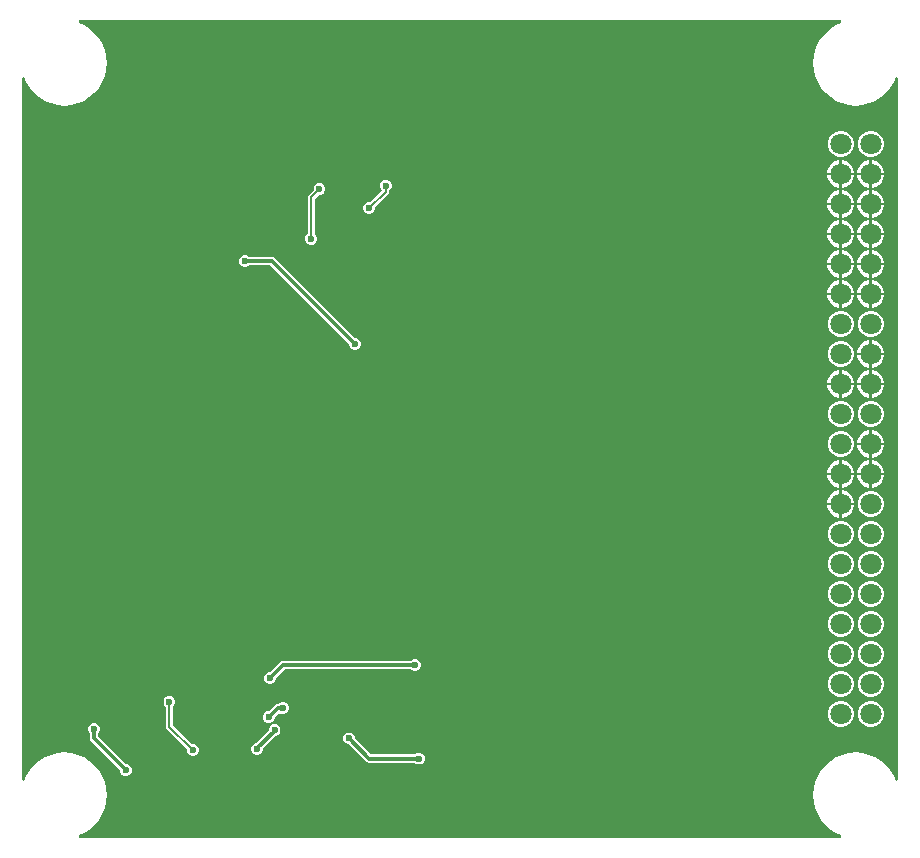
<source format=gbl>
G04*
G04 #@! TF.GenerationSoftware,Altium Limited,Altium Designer,24.6.1 (21)*
G04*
G04 Layer_Physical_Order=2*
G04 Layer_Color=16711680*
%FSLAX44Y44*%
%MOMM*%
G71*
G04*
G04 #@! TF.SameCoordinates,FB7BF447-59A1-4C30-B96A-EE808B7AA342*
G04*
G04*
G04 #@! TF.FilePolarity,Positive*
G04*
G01*
G75*
%ADD10C,0.2000*%
%ADD83C,0.3000*%
%ADD86C,1.8000*%
%ADD87C,1.0000*%
%ADD88C,0.6000*%
G36*
X697822Y693922D02*
X693606Y692175D01*
X688774Y689215D01*
X684465Y685535D01*
X680785Y681226D01*
X677825Y676394D01*
X675656Y671159D01*
X674333Y665649D01*
X673889Y660000D01*
X674333Y654351D01*
X675656Y648841D01*
X677825Y643606D01*
X680785Y638774D01*
X684465Y634465D01*
X688774Y630785D01*
X693606Y627825D01*
X698841Y625656D01*
X704351Y624333D01*
X710000Y623889D01*
X715649Y624333D01*
X721159Y625656D01*
X726394Y627825D01*
X731226Y630785D01*
X735535Y634465D01*
X739215Y638774D01*
X742175Y643606D01*
X743922Y647822D01*
X745922Y647424D01*
Y52576D01*
X743922Y52178D01*
X742175Y56394D01*
X739215Y61226D01*
X735535Y65535D01*
X731226Y69215D01*
X726394Y72175D01*
X721159Y74344D01*
X715649Y75667D01*
X710000Y76111D01*
X704351Y75667D01*
X698841Y74344D01*
X693606Y72175D01*
X688774Y69215D01*
X684465Y65535D01*
X680785Y61226D01*
X677825Y56394D01*
X675656Y51159D01*
X674333Y45649D01*
X673889Y40000D01*
X674333Y34351D01*
X675656Y28841D01*
X677825Y23606D01*
X680785Y18774D01*
X684465Y14466D01*
X688774Y10785D01*
X693606Y7825D01*
X697822Y6078D01*
X697424Y4078D01*
X52576D01*
X52178Y6078D01*
X56394Y7825D01*
X61226Y10785D01*
X65535Y14466D01*
X69215Y18774D01*
X72175Y23606D01*
X74344Y28841D01*
X75667Y34351D01*
X76111Y40000D01*
X75667Y45649D01*
X74344Y51159D01*
X72175Y56394D01*
X69215Y61226D01*
X65535Y65535D01*
X61226Y69215D01*
X56394Y72175D01*
X51159Y74344D01*
X45649Y75667D01*
X40000Y76111D01*
X34351Y75667D01*
X28841Y74344D01*
X23606Y72175D01*
X18774Y69215D01*
X14466Y65535D01*
X10785Y61226D01*
X7825Y56394D01*
X6078Y52178D01*
X4078Y52576D01*
Y647424D01*
X6078Y647822D01*
X7825Y643606D01*
X10785Y638774D01*
X14466Y634465D01*
X18774Y630785D01*
X23606Y627825D01*
X28841Y625656D01*
X34351Y624333D01*
X40000Y623889D01*
X45649Y624333D01*
X51159Y625656D01*
X56394Y627825D01*
X61226Y630785D01*
X65535Y634465D01*
X69215Y638774D01*
X72175Y643606D01*
X74344Y648841D01*
X75667Y654351D01*
X76111Y660000D01*
X75667Y665649D01*
X74344Y671159D01*
X72175Y676394D01*
X69215Y681226D01*
X65535Y685535D01*
X61226Y689215D01*
X56394Y692175D01*
X52178Y693922D01*
X52576Y695922D01*
X697424D01*
X697822Y693922D01*
D02*
G37*
%LPC*%
G36*
X724148Y602300D02*
X721252D01*
X718454Y601550D01*
X715946Y600102D01*
X713898Y598054D01*
X712450Y595546D01*
X711700Y592748D01*
Y589852D01*
X712450Y587054D01*
X713898Y584546D01*
X715946Y582498D01*
X718454Y581050D01*
X721252Y580300D01*
X724148D01*
X726946Y581050D01*
X729454Y582498D01*
X731502Y584546D01*
X732950Y587054D01*
X733700Y589852D01*
Y592748D01*
X732950Y595546D01*
X731502Y598054D01*
X729454Y600102D01*
X726946Y601550D01*
X724148Y602300D01*
D02*
G37*
G36*
X698748D02*
X695852D01*
X693054Y601550D01*
X690546Y600102D01*
X688498Y598054D01*
X687050Y595546D01*
X686300Y592748D01*
Y589852D01*
X687050Y587054D01*
X688498Y584546D01*
X690546Y582498D01*
X693054Y581050D01*
X695852Y580300D01*
X698748D01*
X701546Y581050D01*
X704054Y582498D01*
X706102Y584546D01*
X707550Y587054D01*
X708300Y589852D01*
Y592748D01*
X707550Y595546D01*
X706102Y598054D01*
X704054Y600102D01*
X701546Y601550D01*
X698748Y602300D01*
D02*
G37*
G36*
X724214Y577400D02*
X723700D01*
Y566900D01*
X734200D01*
Y567414D01*
X733416Y570339D01*
X731902Y572961D01*
X729761Y575102D01*
X727139Y576616D01*
X724214Y577400D01*
D02*
G37*
G36*
X698814D02*
X698300D01*
Y566900D01*
X708800D01*
Y567414D01*
X708016Y570339D01*
X706502Y572961D01*
X704361Y575102D01*
X701739Y576616D01*
X698814Y577400D01*
D02*
G37*
G36*
X696300D02*
X695786D01*
X692861Y576616D01*
X690239Y575102D01*
X688098Y572961D01*
X686584Y570339D01*
X685800Y567414D01*
Y566900D01*
X696300D01*
Y577400D01*
D02*
G37*
G36*
X721700D02*
X721186D01*
X718261Y576616D01*
X715639Y575102D01*
X713498Y572961D01*
X711984Y570339D01*
X711200Y567414D01*
Y566900D01*
X721700D01*
Y577400D01*
D02*
G37*
G36*
X734200Y564900D02*
X723700D01*
Y554400D01*
X724214D01*
X727139Y555184D01*
X729761Y556698D01*
X731902Y558839D01*
X733416Y561461D01*
X734200Y564386D01*
Y564900D01*
D02*
G37*
G36*
X721700D02*
X711200D01*
Y564386D01*
X711984Y561461D01*
X713498Y558839D01*
X715639Y556698D01*
X718261Y555184D01*
X721186Y554400D01*
X721700D01*
Y564900D01*
D02*
G37*
G36*
X708800D02*
X698300D01*
Y554400D01*
X698814D01*
X701739Y555184D01*
X704361Y556698D01*
X706502Y558839D01*
X708016Y561461D01*
X708800Y564386D01*
Y564900D01*
D02*
G37*
G36*
X696300D02*
X685800D01*
Y564386D01*
X686584Y561461D01*
X688098Y558839D01*
X690239Y556698D01*
X692861Y555184D01*
X695786Y554400D01*
X696300D01*
Y564900D01*
D02*
G37*
G36*
X724214Y552000D02*
X723700D01*
Y541500D01*
X734200D01*
Y542014D01*
X733416Y544939D01*
X731902Y547561D01*
X729761Y549702D01*
X727139Y551216D01*
X724214Y552000D01*
D02*
G37*
G36*
X698814D02*
X698300D01*
Y541500D01*
X708800D01*
Y542014D01*
X708016Y544939D01*
X706502Y547561D01*
X704361Y549702D01*
X701739Y551216D01*
X698814Y552000D01*
D02*
G37*
G36*
X721700D02*
X721186D01*
X718261Y551216D01*
X715639Y549702D01*
X713498Y547561D01*
X711984Y544939D01*
X711200Y542014D01*
Y541500D01*
X721700D01*
Y552000D01*
D02*
G37*
G36*
X696300D02*
X695786D01*
X692861Y551216D01*
X690239Y549702D01*
X688098Y547561D01*
X686584Y544939D01*
X685800Y542014D01*
Y541500D01*
X696300D01*
Y552000D01*
D02*
G37*
G36*
X312995Y561000D02*
X311005D01*
X309168Y560239D01*
X307761Y558832D01*
X307000Y556995D01*
Y555005D01*
X307761Y553168D01*
X308802Y552127D01*
X298674Y542000D01*
X297005D01*
X295168Y541239D01*
X293761Y539832D01*
X293000Y537995D01*
Y536005D01*
X293761Y534168D01*
X295168Y532761D01*
X297005Y532000D01*
X298995D01*
X300832Y532761D01*
X302239Y534168D01*
X303000Y536005D01*
Y537674D01*
X314163Y548837D01*
X314826Y549829D01*
X315059Y551000D01*
Y551988D01*
X316239Y553168D01*
X317000Y555005D01*
Y556995D01*
X316239Y558832D01*
X314832Y560239D01*
X312995Y561000D01*
D02*
G37*
G36*
X734200Y539500D02*
X723700D01*
Y529000D01*
X724214D01*
X727139Y529784D01*
X729761Y531298D01*
X731902Y533439D01*
X733416Y536061D01*
X734200Y538986D01*
Y539500D01*
D02*
G37*
G36*
X721700D02*
X711200D01*
Y538986D01*
X711984Y536061D01*
X713498Y533439D01*
X715639Y531298D01*
X718261Y529784D01*
X721186Y529000D01*
X721700D01*
Y539500D01*
D02*
G37*
G36*
X708800D02*
X698300D01*
Y529000D01*
X698814D01*
X701739Y529784D01*
X704361Y531298D01*
X706502Y533439D01*
X708016Y536061D01*
X708800Y538986D01*
Y539500D01*
D02*
G37*
G36*
X696300D02*
X685800D01*
Y538986D01*
X686584Y536061D01*
X688098Y533439D01*
X690239Y531298D01*
X692861Y529784D01*
X695786Y529000D01*
X696300D01*
Y539500D01*
D02*
G37*
G36*
X724214Y526600D02*
X723700D01*
Y516100D01*
X734200D01*
Y516614D01*
X733416Y519539D01*
X731902Y522161D01*
X729761Y524302D01*
X727139Y525816D01*
X724214Y526600D01*
D02*
G37*
G36*
X698814D02*
X698300D01*
Y516100D01*
X708800D01*
Y516614D01*
X708016Y519539D01*
X706502Y522161D01*
X704361Y524302D01*
X701739Y525816D01*
X698814Y526600D01*
D02*
G37*
G36*
X721700D02*
X721186D01*
X718261Y525816D01*
X715639Y524302D01*
X713498Y522161D01*
X711984Y519539D01*
X711200Y516614D01*
Y516100D01*
X721700D01*
Y526600D01*
D02*
G37*
G36*
X696300D02*
X695786D01*
X692861Y525816D01*
X690239Y524302D01*
X688098Y522161D01*
X686584Y519539D01*
X685800Y516614D01*
Y516100D01*
X696300D01*
Y526600D01*
D02*
G37*
G36*
X256995Y558000D02*
X255005D01*
X253168Y557239D01*
X251761Y555832D01*
X251000Y553995D01*
Y552326D01*
X246837Y548163D01*
X246174Y547171D01*
X245941Y546000D01*
X245941Y546000D01*
Y515012D01*
X244761Y513832D01*
X244000Y511995D01*
Y510005D01*
X244761Y508168D01*
X246168Y506761D01*
X248005Y506000D01*
X249995D01*
X251832Y506761D01*
X253239Y508168D01*
X254000Y510005D01*
Y511995D01*
X253239Y513832D01*
X252059Y515012D01*
Y544733D01*
X255326Y548000D01*
X256995D01*
X258832Y548761D01*
X260239Y550168D01*
X261000Y552005D01*
Y553995D01*
X260239Y555832D01*
X258832Y557239D01*
X256995Y558000D01*
D02*
G37*
G36*
X734200Y514100D02*
X723700D01*
Y503600D01*
X724214D01*
X727139Y504384D01*
X729761Y505898D01*
X731902Y508039D01*
X733416Y510661D01*
X734200Y513586D01*
Y514100D01*
D02*
G37*
G36*
X721700D02*
X711200D01*
Y513586D01*
X711984Y510661D01*
X713498Y508039D01*
X715639Y505898D01*
X718261Y504384D01*
X721186Y503600D01*
X721700D01*
Y514100D01*
D02*
G37*
G36*
X708800D02*
X698300D01*
Y503600D01*
X698814D01*
X701739Y504384D01*
X704361Y505898D01*
X706502Y508039D01*
X708016Y510661D01*
X708800Y513586D01*
Y514100D01*
D02*
G37*
G36*
X696300D02*
X685800D01*
Y513586D01*
X686584Y510661D01*
X688098Y508039D01*
X690239Y505898D01*
X692861Y504384D01*
X695786Y503600D01*
X696300D01*
Y514100D01*
D02*
G37*
G36*
X724214Y501200D02*
X723700D01*
Y490700D01*
X734200D01*
Y491214D01*
X733416Y494139D01*
X731902Y496761D01*
X729761Y498902D01*
X727139Y500416D01*
X724214Y501200D01*
D02*
G37*
G36*
X698814D02*
X698300D01*
Y490700D01*
X708800D01*
Y491214D01*
X708016Y494139D01*
X706502Y496761D01*
X704361Y498902D01*
X701739Y500416D01*
X698814Y501200D01*
D02*
G37*
G36*
X721700D02*
X721186D01*
X718261Y500416D01*
X715639Y498902D01*
X713498Y496761D01*
X711984Y494139D01*
X711200Y491214D01*
Y490700D01*
X721700D01*
Y501200D01*
D02*
G37*
G36*
X696300D02*
X695786D01*
X692861Y500416D01*
X690239Y498902D01*
X688098Y496761D01*
X686584Y494139D01*
X685800Y491214D01*
Y490700D01*
X696300D01*
Y501200D01*
D02*
G37*
G36*
X734200Y488700D02*
X723700D01*
Y478200D01*
X724214D01*
X727139Y478984D01*
X729761Y480498D01*
X731902Y482639D01*
X733416Y485261D01*
X734200Y488186D01*
Y488700D01*
D02*
G37*
G36*
X721700D02*
X711200D01*
Y488186D01*
X711984Y485261D01*
X713498Y482639D01*
X715639Y480498D01*
X718261Y478984D01*
X721186Y478200D01*
X721700D01*
Y488700D01*
D02*
G37*
G36*
X708800D02*
X698300D01*
Y478200D01*
X698814D01*
X701739Y478984D01*
X704361Y480498D01*
X706502Y482639D01*
X708016Y485261D01*
X708800Y488186D01*
Y488700D01*
D02*
G37*
G36*
X696300D02*
X685800D01*
Y488186D01*
X686584Y485261D01*
X688098Y482639D01*
X690239Y480498D01*
X692861Y478984D01*
X695786Y478200D01*
X696300D01*
Y488700D01*
D02*
G37*
G36*
X724214Y475800D02*
X723700D01*
Y465300D01*
X734200D01*
Y465814D01*
X733416Y468739D01*
X731902Y471361D01*
X729761Y473502D01*
X727139Y475016D01*
X724214Y475800D01*
D02*
G37*
G36*
X698814D02*
X698300D01*
Y465300D01*
X708800D01*
Y465814D01*
X708016Y468739D01*
X706502Y471361D01*
X704361Y473502D01*
X701739Y475016D01*
X698814Y475800D01*
D02*
G37*
G36*
X721700D02*
X721186D01*
X718261Y475016D01*
X715639Y473502D01*
X713498Y471361D01*
X711984Y468739D01*
X711200Y465814D01*
Y465300D01*
X721700D01*
Y475800D01*
D02*
G37*
G36*
X696300D02*
X695786D01*
X692861Y475016D01*
X690239Y473502D01*
X688098Y471361D01*
X686584Y468739D01*
X685800Y465814D01*
Y465300D01*
X696300D01*
Y475800D01*
D02*
G37*
G36*
X734200Y463300D02*
X723700D01*
Y452800D01*
X724214D01*
X727139Y453584D01*
X729761Y455098D01*
X731902Y457239D01*
X733416Y459861D01*
X734200Y462786D01*
Y463300D01*
D02*
G37*
G36*
X721700D02*
X711200D01*
Y462786D01*
X711984Y459861D01*
X713498Y457239D01*
X715639Y455098D01*
X718261Y453584D01*
X721186Y452800D01*
X721700D01*
Y463300D01*
D02*
G37*
G36*
X708800D02*
X698300D01*
Y452800D01*
X698814D01*
X701739Y453584D01*
X704361Y455098D01*
X706502Y457239D01*
X708016Y459861D01*
X708800Y462786D01*
Y463300D01*
D02*
G37*
G36*
X696300D02*
X685800D01*
Y462786D01*
X686584Y459861D01*
X688098Y457239D01*
X690239Y455098D01*
X692861Y453584D01*
X695786Y452800D01*
X696300D01*
Y463300D01*
D02*
G37*
G36*
X724148Y449900D02*
X721252D01*
X718454Y449150D01*
X715946Y447702D01*
X713898Y445654D01*
X712450Y443146D01*
X711700Y440348D01*
Y437452D01*
X712450Y434654D01*
X713898Y432146D01*
X715946Y430098D01*
X718454Y428650D01*
X721252Y427900D01*
X724148D01*
X726946Y428650D01*
X729454Y430098D01*
X731502Y432146D01*
X732950Y434654D01*
X733700Y437452D01*
Y440348D01*
X732950Y443146D01*
X731502Y445654D01*
X729454Y447702D01*
X726946Y449150D01*
X724148Y449900D01*
D02*
G37*
G36*
X698748D02*
X695852D01*
X693054Y449150D01*
X690546Y447702D01*
X688498Y445654D01*
X687050Y443146D01*
X686300Y440348D01*
Y437452D01*
X687050Y434654D01*
X688498Y432146D01*
X690546Y430098D01*
X693054Y428650D01*
X695852Y427900D01*
X698748D01*
X701546Y428650D01*
X704054Y430098D01*
X706102Y432146D01*
X707550Y434654D01*
X708300Y437452D01*
Y440348D01*
X707550Y443146D01*
X706102Y445654D01*
X704054Y447702D01*
X701546Y449150D01*
X698748Y449900D01*
D02*
G37*
G36*
X193995Y497000D02*
X192005D01*
X190168Y496239D01*
X188761Y494832D01*
X188000Y492995D01*
Y491005D01*
X188761Y489168D01*
X190168Y487761D01*
X192005Y487000D01*
X193995D01*
X195832Y487761D01*
X196502Y488431D01*
X214522D01*
X281000Y421953D01*
Y421005D01*
X281761Y419168D01*
X283168Y417761D01*
X285005Y417000D01*
X286995D01*
X288832Y417761D01*
X290239Y419168D01*
X291000Y421005D01*
Y422995D01*
X290239Y424832D01*
X288832Y426239D01*
X286995Y427000D01*
X286047D01*
X218523Y494523D01*
X217366Y495297D01*
X216000Y495569D01*
X196502D01*
X195832Y496239D01*
X193995Y497000D01*
D02*
G37*
G36*
X724214Y425000D02*
X723700D01*
Y414500D01*
X734200D01*
Y415014D01*
X733416Y417939D01*
X731902Y420561D01*
X729761Y422702D01*
X727139Y424216D01*
X724214Y425000D01*
D02*
G37*
G36*
X721700D02*
X721186D01*
X718261Y424216D01*
X715639Y422702D01*
X713498Y420561D01*
X711984Y417939D01*
X711200Y415014D01*
Y414500D01*
X721700D01*
Y425000D01*
D02*
G37*
G36*
X698748Y424500D02*
X695852D01*
X693054Y423750D01*
X690546Y422302D01*
X688498Y420254D01*
X687050Y417746D01*
X686300Y414948D01*
Y412052D01*
X687050Y409254D01*
X688498Y406746D01*
X690546Y404698D01*
X693054Y403250D01*
X695852Y402500D01*
X698748D01*
X701546Y403250D01*
X704054Y404698D01*
X706102Y406746D01*
X707550Y409254D01*
X708300Y412052D01*
Y414948D01*
X707550Y417746D01*
X706102Y420254D01*
X704054Y422302D01*
X701546Y423750D01*
X698748Y424500D01*
D02*
G37*
G36*
X734200Y412500D02*
X723700D01*
Y402000D01*
X724214D01*
X727139Y402784D01*
X729761Y404298D01*
X731902Y406439D01*
X733416Y409061D01*
X734200Y411986D01*
Y412500D01*
D02*
G37*
G36*
X721700D02*
X711200D01*
Y411986D01*
X711984Y409061D01*
X713498Y406439D01*
X715639Y404298D01*
X718261Y402784D01*
X721186Y402000D01*
X721700D01*
Y412500D01*
D02*
G37*
G36*
X724214Y399600D02*
X723700D01*
Y389100D01*
X734200D01*
Y389614D01*
X733416Y392539D01*
X731902Y395161D01*
X729761Y397302D01*
X727139Y398816D01*
X724214Y399600D01*
D02*
G37*
G36*
X698814D02*
X698300D01*
Y389100D01*
X708800D01*
Y389614D01*
X708016Y392539D01*
X706502Y395161D01*
X704361Y397302D01*
X701739Y398816D01*
X698814Y399600D01*
D02*
G37*
G36*
X721700D02*
X721186D01*
X718261Y398816D01*
X715639Y397302D01*
X713498Y395161D01*
X711984Y392539D01*
X711200Y389614D01*
Y389100D01*
X721700D01*
Y399600D01*
D02*
G37*
G36*
X696300D02*
X695786D01*
X692861Y398816D01*
X690239Y397302D01*
X688098Y395161D01*
X686584Y392539D01*
X685800Y389614D01*
Y389100D01*
X696300D01*
Y399600D01*
D02*
G37*
G36*
X734200Y387100D02*
X723700D01*
Y376600D01*
X724214D01*
X727139Y377384D01*
X729761Y378898D01*
X731902Y381039D01*
X733416Y383661D01*
X734200Y386586D01*
Y387100D01*
D02*
G37*
G36*
X721700D02*
X711200D01*
Y386586D01*
X711984Y383661D01*
X713498Y381039D01*
X715639Y378898D01*
X718261Y377384D01*
X721186Y376600D01*
X721700D01*
Y387100D01*
D02*
G37*
G36*
X708800D02*
X698300D01*
Y376600D01*
X698814D01*
X701739Y377384D01*
X704361Y378898D01*
X706502Y381039D01*
X708016Y383661D01*
X708800Y386586D01*
Y387100D01*
D02*
G37*
G36*
X696300D02*
X685800D01*
Y386586D01*
X686584Y383661D01*
X688098Y381039D01*
X690239Y378898D01*
X692861Y377384D01*
X695786Y376600D01*
X696300D01*
Y387100D01*
D02*
G37*
G36*
X724148Y373700D02*
X721252D01*
X718454Y372950D01*
X715946Y371502D01*
X713898Y369454D01*
X712450Y366946D01*
X711700Y364148D01*
Y361252D01*
X712450Y358454D01*
X713898Y355946D01*
X715946Y353898D01*
X718454Y352450D01*
X721252Y351700D01*
X724148D01*
X726946Y352450D01*
X729454Y353898D01*
X731502Y355946D01*
X732950Y358454D01*
X733700Y361252D01*
Y364148D01*
X732950Y366946D01*
X731502Y369454D01*
X729454Y371502D01*
X726946Y372950D01*
X724148Y373700D01*
D02*
G37*
G36*
X698748D02*
X695852D01*
X693054Y372950D01*
X690546Y371502D01*
X688498Y369454D01*
X687050Y366946D01*
X686300Y364148D01*
Y361252D01*
X687050Y358454D01*
X688498Y355946D01*
X690546Y353898D01*
X693054Y352450D01*
X695852Y351700D01*
X698748D01*
X701546Y352450D01*
X704054Y353898D01*
X706102Y355946D01*
X707550Y358454D01*
X708300Y361252D01*
Y364148D01*
X707550Y366946D01*
X706102Y369454D01*
X704054Y371502D01*
X701546Y372950D01*
X698748Y373700D01*
D02*
G37*
G36*
X724214Y348800D02*
X723700D01*
Y338300D01*
X734200D01*
Y338814D01*
X733416Y341739D01*
X731902Y344361D01*
X729761Y346502D01*
X727139Y348016D01*
X724214Y348800D01*
D02*
G37*
G36*
X721700D02*
X721186D01*
X718261Y348016D01*
X715639Y346502D01*
X713498Y344361D01*
X711984Y341739D01*
X711200Y338814D01*
Y338300D01*
X721700D01*
Y348800D01*
D02*
G37*
G36*
X698748Y348300D02*
X695852D01*
X693054Y347550D01*
X690546Y346102D01*
X688498Y344054D01*
X687050Y341546D01*
X686300Y338748D01*
Y335852D01*
X687050Y333054D01*
X688498Y330546D01*
X690546Y328498D01*
X693054Y327050D01*
X695852Y326300D01*
X698748D01*
X701546Y327050D01*
X704054Y328498D01*
X706102Y330546D01*
X707550Y333054D01*
X708300Y335852D01*
Y338748D01*
X707550Y341546D01*
X706102Y344054D01*
X704054Y346102D01*
X701546Y347550D01*
X698748Y348300D01*
D02*
G37*
G36*
X734200Y336300D02*
X723700D01*
Y325800D01*
X724214D01*
X727139Y326584D01*
X729761Y328098D01*
X731902Y330239D01*
X733416Y332861D01*
X734200Y335786D01*
Y336300D01*
D02*
G37*
G36*
X721700D02*
X711200D01*
Y335786D01*
X711984Y332861D01*
X713498Y330239D01*
X715639Y328098D01*
X718261Y326584D01*
X721186Y325800D01*
X721700D01*
Y336300D01*
D02*
G37*
G36*
X724214Y323400D02*
X723700D01*
Y312900D01*
X734200D01*
Y313414D01*
X733416Y316339D01*
X731902Y318961D01*
X729761Y321102D01*
X727139Y322616D01*
X724214Y323400D01*
D02*
G37*
G36*
X698814D02*
X698300D01*
Y312900D01*
X708800D01*
Y313414D01*
X708016Y316339D01*
X706502Y318961D01*
X704361Y321102D01*
X701739Y322616D01*
X698814Y323400D01*
D02*
G37*
G36*
X721700D02*
X721186D01*
X718261Y322616D01*
X715639Y321102D01*
X713498Y318961D01*
X711984Y316339D01*
X711200Y313414D01*
Y312900D01*
X721700D01*
Y323400D01*
D02*
G37*
G36*
X696300D02*
X695786D01*
X692861Y322616D01*
X690239Y321102D01*
X688098Y318961D01*
X686584Y316339D01*
X685800Y313414D01*
Y312900D01*
X696300D01*
Y323400D01*
D02*
G37*
G36*
X734200Y310900D02*
X723700D01*
Y300400D01*
X724214D01*
X727139Y301184D01*
X729761Y302698D01*
X731902Y304839D01*
X733416Y307461D01*
X734200Y310386D01*
Y310900D01*
D02*
G37*
G36*
X721700D02*
X711200D01*
Y310386D01*
X711984Y307461D01*
X713498Y304839D01*
X715639Y302698D01*
X718261Y301184D01*
X721186Y300400D01*
X721700D01*
Y310900D01*
D02*
G37*
G36*
X708800D02*
X698300D01*
Y300400D01*
X698814D01*
X701739Y301184D01*
X704361Y302698D01*
X706502Y304839D01*
X708016Y307461D01*
X708800Y310386D01*
Y310900D01*
D02*
G37*
G36*
X696300D02*
X685800D01*
Y310386D01*
X686584Y307461D01*
X688098Y304839D01*
X690239Y302698D01*
X692861Y301184D01*
X695786Y300400D01*
X696300D01*
Y310900D01*
D02*
G37*
G36*
X698814Y298000D02*
X698300D01*
Y287500D01*
X708800D01*
Y288014D01*
X708016Y290939D01*
X706502Y293561D01*
X704361Y295702D01*
X701739Y297216D01*
X698814Y298000D01*
D02*
G37*
G36*
X696300D02*
X695786D01*
X692861Y297216D01*
X690239Y295702D01*
X688098Y293561D01*
X686584Y290939D01*
X685800Y288014D01*
Y287500D01*
X696300D01*
Y298000D01*
D02*
G37*
G36*
X724148Y297500D02*
X721252D01*
X718454Y296750D01*
X715946Y295302D01*
X713898Y293254D01*
X712450Y290746D01*
X711700Y287948D01*
Y285052D01*
X712450Y282254D01*
X713898Y279746D01*
X715946Y277698D01*
X718454Y276250D01*
X721252Y275500D01*
X724148D01*
X726946Y276250D01*
X729454Y277698D01*
X731502Y279746D01*
X732950Y282254D01*
X733700Y285052D01*
Y287948D01*
X732950Y290746D01*
X731502Y293254D01*
X729454Y295302D01*
X726946Y296750D01*
X724148Y297500D01*
D02*
G37*
G36*
X708800Y285500D02*
X698300D01*
Y275000D01*
X698814D01*
X701739Y275784D01*
X704361Y277298D01*
X706502Y279439D01*
X708016Y282061D01*
X708800Y284986D01*
Y285500D01*
D02*
G37*
G36*
X696300D02*
X685800D01*
Y284986D01*
X686584Y282061D01*
X688098Y279439D01*
X690239Y277298D01*
X692861Y275784D01*
X695786Y275000D01*
X696300D01*
Y285500D01*
D02*
G37*
G36*
X724148Y272100D02*
X721252D01*
X718454Y271350D01*
X715946Y269902D01*
X713898Y267854D01*
X712450Y265346D01*
X711700Y262548D01*
Y259652D01*
X712450Y256854D01*
X713898Y254346D01*
X715946Y252298D01*
X718454Y250850D01*
X721252Y250100D01*
X724148D01*
X726946Y250850D01*
X729454Y252298D01*
X731502Y254346D01*
X732950Y256854D01*
X733700Y259652D01*
Y262548D01*
X732950Y265346D01*
X731502Y267854D01*
X729454Y269902D01*
X726946Y271350D01*
X724148Y272100D01*
D02*
G37*
G36*
X698748D02*
X695852D01*
X693054Y271350D01*
X690546Y269902D01*
X688498Y267854D01*
X687050Y265346D01*
X686300Y262548D01*
Y259652D01*
X687050Y256854D01*
X688498Y254346D01*
X690546Y252298D01*
X693054Y250850D01*
X695852Y250100D01*
X698748D01*
X701546Y250850D01*
X704054Y252298D01*
X706102Y254346D01*
X707550Y256854D01*
X708300Y259652D01*
Y262548D01*
X707550Y265346D01*
X706102Y267854D01*
X704054Y269902D01*
X701546Y271350D01*
X698748Y272100D01*
D02*
G37*
G36*
X724148Y246700D02*
X721252D01*
X718454Y245950D01*
X715946Y244502D01*
X713898Y242454D01*
X712450Y239946D01*
X711700Y237148D01*
Y234252D01*
X712450Y231454D01*
X713898Y228946D01*
X715946Y226898D01*
X718454Y225450D01*
X721252Y224700D01*
X724148D01*
X726946Y225450D01*
X729454Y226898D01*
X731502Y228946D01*
X732950Y231454D01*
X733700Y234252D01*
Y237148D01*
X732950Y239946D01*
X731502Y242454D01*
X729454Y244502D01*
X726946Y245950D01*
X724148Y246700D01*
D02*
G37*
G36*
X698748D02*
X695852D01*
X693054Y245950D01*
X690546Y244502D01*
X688498Y242454D01*
X687050Y239946D01*
X686300Y237148D01*
Y234252D01*
X687050Y231454D01*
X688498Y228946D01*
X690546Y226898D01*
X693054Y225450D01*
X695852Y224700D01*
X698748D01*
X701546Y225450D01*
X704054Y226898D01*
X706102Y228946D01*
X707550Y231454D01*
X708300Y234252D01*
Y237148D01*
X707550Y239946D01*
X706102Y242454D01*
X704054Y244502D01*
X701546Y245950D01*
X698748Y246700D01*
D02*
G37*
G36*
X724148Y221300D02*
X721252D01*
X718454Y220550D01*
X715946Y219102D01*
X713898Y217054D01*
X712450Y214546D01*
X711700Y211748D01*
Y208852D01*
X712450Y206054D01*
X713898Y203546D01*
X715946Y201498D01*
X718454Y200050D01*
X721252Y199300D01*
X724148D01*
X726946Y200050D01*
X729454Y201498D01*
X731502Y203546D01*
X732950Y206054D01*
X733700Y208852D01*
Y211748D01*
X732950Y214546D01*
X731502Y217054D01*
X729454Y219102D01*
X726946Y220550D01*
X724148Y221300D01*
D02*
G37*
G36*
X698748D02*
X695852D01*
X693054Y220550D01*
X690546Y219102D01*
X688498Y217054D01*
X687050Y214546D01*
X686300Y211748D01*
Y208852D01*
X687050Y206054D01*
X688498Y203546D01*
X690546Y201498D01*
X693054Y200050D01*
X695852Y199300D01*
X698748D01*
X701546Y200050D01*
X704054Y201498D01*
X706102Y203546D01*
X707550Y206054D01*
X708300Y208852D01*
Y211748D01*
X707550Y214546D01*
X706102Y217054D01*
X704054Y219102D01*
X701546Y220550D01*
X698748Y221300D01*
D02*
G37*
G36*
X724148Y195900D02*
X721252D01*
X718454Y195150D01*
X715946Y193702D01*
X713898Y191654D01*
X712450Y189146D01*
X711700Y186348D01*
Y183452D01*
X712450Y180654D01*
X713898Y178146D01*
X715946Y176098D01*
X718454Y174650D01*
X721252Y173900D01*
X724148D01*
X726946Y174650D01*
X729454Y176098D01*
X731502Y178146D01*
X732950Y180654D01*
X733700Y183452D01*
Y186348D01*
X732950Y189146D01*
X731502Y191654D01*
X729454Y193702D01*
X726946Y195150D01*
X724148Y195900D01*
D02*
G37*
G36*
X698748D02*
X695852D01*
X693054Y195150D01*
X690546Y193702D01*
X688498Y191654D01*
X687050Y189146D01*
X686300Y186348D01*
Y183452D01*
X687050Y180654D01*
X688498Y178146D01*
X690546Y176098D01*
X693054Y174650D01*
X695852Y173900D01*
X698748D01*
X701546Y174650D01*
X704054Y176098D01*
X706102Y178146D01*
X707550Y180654D01*
X708300Y183452D01*
Y186348D01*
X707550Y189146D01*
X706102Y191654D01*
X704054Y193702D01*
X701546Y195150D01*
X698748Y195900D01*
D02*
G37*
G36*
X724148Y170500D02*
X721252D01*
X718454Y169750D01*
X715946Y168302D01*
X713898Y166254D01*
X712450Y163746D01*
X711700Y160948D01*
Y158052D01*
X712450Y155254D01*
X713898Y152746D01*
X715946Y150698D01*
X718454Y149250D01*
X721252Y148500D01*
X724148D01*
X726946Y149250D01*
X729454Y150698D01*
X731502Y152746D01*
X732950Y155254D01*
X733700Y158052D01*
Y160948D01*
X732950Y163746D01*
X731502Y166254D01*
X729454Y168302D01*
X726946Y169750D01*
X724148Y170500D01*
D02*
G37*
G36*
X698748D02*
X695852D01*
X693054Y169750D01*
X690546Y168302D01*
X688498Y166254D01*
X687050Y163746D01*
X686300Y160948D01*
Y158052D01*
X687050Y155254D01*
X688498Y152746D01*
X690546Y150698D01*
X693054Y149250D01*
X695852Y148500D01*
X698748D01*
X701546Y149250D01*
X704054Y150698D01*
X706102Y152746D01*
X707550Y155254D01*
X708300Y158052D01*
Y160948D01*
X707550Y163746D01*
X706102Y166254D01*
X704054Y168302D01*
X701546Y169750D01*
X698748Y170500D01*
D02*
G37*
G36*
X337995Y155000D02*
X336005D01*
X334168Y154239D01*
X333498Y153569D01*
X225000D01*
X223634Y153297D01*
X222477Y152523D01*
X213953Y144000D01*
X213005D01*
X211168Y143239D01*
X209761Y141832D01*
X209000Y139995D01*
Y138005D01*
X209761Y136168D01*
X211168Y134761D01*
X213005Y134000D01*
X214995D01*
X216832Y134761D01*
X218239Y136168D01*
X219000Y138005D01*
Y138953D01*
X226478Y146431D01*
X333498D01*
X334168Y145761D01*
X336005Y145000D01*
X337995D01*
X339832Y145761D01*
X341239Y147168D01*
X342000Y149005D01*
Y150995D01*
X341239Y152832D01*
X339832Y154239D01*
X337995Y155000D01*
D02*
G37*
G36*
X724148Y145100D02*
X721252D01*
X718454Y144350D01*
X715946Y142902D01*
X713898Y140854D01*
X712450Y138346D01*
X711700Y135548D01*
Y132652D01*
X712450Y129854D01*
X713898Y127346D01*
X715946Y125298D01*
X718454Y123850D01*
X721252Y123100D01*
X724148D01*
X726946Y123850D01*
X729454Y125298D01*
X731502Y127346D01*
X732950Y129854D01*
X733700Y132652D01*
Y135548D01*
X732950Y138346D01*
X731502Y140854D01*
X729454Y142902D01*
X726946Y144350D01*
X724148Y145100D01*
D02*
G37*
G36*
X698748D02*
X695852D01*
X693054Y144350D01*
X690546Y142902D01*
X688498Y140854D01*
X687050Y138346D01*
X686300Y135548D01*
Y132652D01*
X687050Y129854D01*
X688498Y127346D01*
X690546Y125298D01*
X693054Y123850D01*
X695852Y123100D01*
X698748D01*
X701546Y123850D01*
X704054Y125298D01*
X706102Y127346D01*
X707550Y129854D01*
X708300Y132652D01*
Y135548D01*
X707550Y138346D01*
X706102Y140854D01*
X704054Y142902D01*
X701546Y144350D01*
X698748Y145100D01*
D02*
G37*
G36*
X225995Y119000D02*
X224005D01*
X222168Y118239D01*
X221497Y117569D01*
X221000D01*
X219634Y117297D01*
X218477Y116523D01*
X212953Y111000D01*
X212005D01*
X210168Y110239D01*
X208761Y108832D01*
X208000Y106995D01*
Y105005D01*
X208761Y103168D01*
X210168Y101761D01*
X212005Y101000D01*
X213995D01*
X215832Y101761D01*
X217239Y103168D01*
X218000Y105005D01*
Y105953D01*
X221988Y109941D01*
X222168Y109761D01*
X224005Y109000D01*
X225995D01*
X227832Y109761D01*
X229239Y111168D01*
X230000Y113005D01*
Y114995D01*
X229239Y116832D01*
X227832Y118239D01*
X225995Y119000D01*
D02*
G37*
G36*
X724148Y119700D02*
X721252D01*
X718454Y118950D01*
X715946Y117502D01*
X713898Y115454D01*
X712450Y112946D01*
X711700Y110148D01*
Y107252D01*
X712450Y104454D01*
X713898Y101946D01*
X715946Y99898D01*
X718454Y98450D01*
X721252Y97700D01*
X724148D01*
X726946Y98450D01*
X729454Y99898D01*
X731502Y101946D01*
X732950Y104454D01*
X733700Y107252D01*
Y110148D01*
X732950Y112946D01*
X731502Y115454D01*
X729454Y117502D01*
X726946Y118950D01*
X724148Y119700D01*
D02*
G37*
G36*
X698748D02*
X695852D01*
X693054Y118950D01*
X690546Y117502D01*
X688498Y115454D01*
X687050Y112946D01*
X686300Y110148D01*
Y107252D01*
X687050Y104454D01*
X688498Y101946D01*
X690546Y99898D01*
X693054Y98450D01*
X695852Y97700D01*
X698748D01*
X701546Y98450D01*
X704054Y99898D01*
X706102Y101946D01*
X707550Y104454D01*
X708300Y107252D01*
Y110148D01*
X707550Y112946D01*
X706102Y115454D01*
X704054Y117502D01*
X701546Y118950D01*
X698748Y119700D01*
D02*
G37*
G36*
X218995Y100000D02*
X217005D01*
X215168Y99239D01*
X213761Y97832D01*
X213000Y95995D01*
Y94547D01*
X202453Y84000D01*
X202005D01*
X200168Y83239D01*
X198761Y81832D01*
X198000Y79995D01*
Y78005D01*
X198761Y76168D01*
X200168Y74761D01*
X202005Y74000D01*
X203995D01*
X205832Y74761D01*
X207239Y76168D01*
X208000Y78005D01*
Y79453D01*
X218547Y90000D01*
X218995D01*
X220832Y90761D01*
X222239Y92168D01*
X223000Y94005D01*
Y95995D01*
X222239Y97832D01*
X220832Y99239D01*
X218995Y100000D01*
D02*
G37*
G36*
X129995Y124000D02*
X128005D01*
X126168Y123239D01*
X124761Y121832D01*
X124000Y119995D01*
Y118005D01*
X124761Y116168D01*
X125941Y114988D01*
Y98000D01*
X125941Y98000D01*
X126174Y96830D01*
X126837Y95837D01*
X144000Y78674D01*
Y77005D01*
X144761Y75168D01*
X146168Y73761D01*
X148005Y73000D01*
X149995D01*
X151832Y73761D01*
X153239Y75168D01*
X154000Y77005D01*
Y78995D01*
X153239Y80832D01*
X151832Y82239D01*
X149995Y83000D01*
X148326D01*
X132059Y99267D01*
Y114988D01*
X133239Y116168D01*
X134000Y118005D01*
Y119995D01*
X133239Y121832D01*
X131832Y123239D01*
X129995Y124000D01*
D02*
G37*
G36*
X281995Y93000D02*
X280005D01*
X278168Y92239D01*
X276761Y90832D01*
X276000Y88995D01*
Y87005D01*
X276761Y85168D01*
X278168Y83761D01*
X280005Y83000D01*
X280953D01*
X295477Y68477D01*
X296634Y67703D01*
X298000Y67431D01*
X336497D01*
X337168Y66761D01*
X339005Y66000D01*
X340995D01*
X342832Y66761D01*
X344239Y68168D01*
X345000Y70005D01*
Y71995D01*
X344239Y73832D01*
X342832Y75239D01*
X340995Y76000D01*
X339005D01*
X337168Y75239D01*
X336497Y74569D01*
X299478D01*
X286000Y88047D01*
Y88995D01*
X285239Y90832D01*
X283832Y92239D01*
X281995Y93000D01*
D02*
G37*
G36*
X65995Y101000D02*
X64005D01*
X62168Y100239D01*
X60761Y98832D01*
X60000Y96995D01*
Y95005D01*
X60761Y93168D01*
X61431Y92498D01*
Y88000D01*
X61703Y86634D01*
X62477Y85477D01*
X87000Y60953D01*
Y60005D01*
X87761Y58168D01*
X89168Y56761D01*
X91005Y56000D01*
X92995D01*
X94832Y56761D01*
X96239Y58168D01*
X97000Y60005D01*
Y61995D01*
X96239Y63832D01*
X94832Y65239D01*
X92995Y66000D01*
X92047D01*
X68569Y89478D01*
Y92498D01*
X69239Y93168D01*
X70000Y95005D01*
Y96995D01*
X69239Y98832D01*
X67832Y100239D01*
X65995Y101000D01*
D02*
G37*
%LPD*%
D10*
X312000Y551000D02*
Y556000D01*
X298000Y537000D02*
X312000Y551000D01*
X129000Y98000D02*
X149000Y78000D01*
X129000Y98000D02*
Y119000D01*
X249000Y546000D02*
X256000Y553000D01*
X249000Y511000D02*
Y546000D01*
D83*
X203000Y79000D02*
Y79500D01*
X218000Y94500D01*
X65000Y88000D02*
Y96000D01*
Y88000D02*
X92000Y61000D01*
X225000Y150000D02*
X337000D01*
X221000Y114000D02*
X225000D01*
X218000Y94500D02*
Y95000D01*
X213000Y106000D02*
X221000Y114000D01*
X281000Y88000D02*
X298000Y71000D01*
X340000D01*
X214000Y139000D02*
X225000Y150000D01*
X193000Y492000D02*
X216000D01*
X286000Y422000D01*
D86*
X697300Y591300D02*
D03*
X722700D02*
D03*
X697300Y565900D02*
D03*
X722700D02*
D03*
X697300Y540500D02*
D03*
X722700D02*
D03*
X697300Y515100D02*
D03*
X722700D02*
D03*
X697300Y489700D02*
D03*
X722700D02*
D03*
X697300Y464300D02*
D03*
X722700D02*
D03*
X697300Y438900D02*
D03*
X722700D02*
D03*
X697300Y413500D02*
D03*
X722700D02*
D03*
X697300Y388100D02*
D03*
X722700D02*
D03*
X697300Y362700D02*
D03*
X722700D02*
D03*
X697300Y337300D02*
D03*
X722700D02*
D03*
X697300Y311900D02*
D03*
X722700D02*
D03*
X697300Y286500D02*
D03*
X722700D02*
D03*
X697300Y261100D02*
D03*
X722700D02*
D03*
X697300Y235700D02*
D03*
X722700D02*
D03*
X697300Y210300D02*
D03*
X722700D02*
D03*
X697300Y184900D02*
D03*
X722700D02*
D03*
X697300Y159500D02*
D03*
X722700D02*
D03*
X697300Y134100D02*
D03*
X722700D02*
D03*
X697300Y108700D02*
D03*
X722700D02*
D03*
D87*
X370000Y452000D02*
D03*
Y508000D02*
D03*
X405000Y620000D02*
D03*
Y648000D02*
D03*
X590000Y508000D02*
D03*
Y452000D02*
D03*
X140000Y466000D02*
D03*
Y513000D02*
D03*
X480000Y452000D02*
D03*
Y508000D02*
D03*
X20000Y90000D02*
D03*
D88*
X440000Y275000D02*
D03*
Y285000D02*
D03*
Y295000D02*
D03*
Y305000D02*
D03*
X60000Y177000D02*
D03*
X32000Y168000D02*
D03*
X680000Y275000D02*
D03*
X660000Y90000D02*
D03*
X640000D02*
D03*
X510000D02*
D03*
X520000D02*
D03*
X540000D02*
D03*
X550000D02*
D03*
X570000D02*
D03*
X580000D02*
D03*
X600000D02*
D03*
X610000D02*
D03*
X630000D02*
D03*
X610000Y192500D02*
D03*
X630000D02*
D03*
X640000D02*
D03*
X660000D02*
D03*
X490000D02*
D03*
X490000Y90000D02*
D03*
X510000Y192500D02*
D03*
X520000D02*
D03*
X540000D02*
D03*
X550000D02*
D03*
X570000D02*
D03*
X580000D02*
D03*
X600000D02*
D03*
X203000Y79000D02*
D03*
X213000Y106000D02*
D03*
X218000Y95000D02*
D03*
X225000Y114000D02*
D03*
X160000Y90000D02*
D03*
X170000D02*
D03*
X180000D02*
D03*
Y80000D02*
D03*
X170000D02*
D03*
X160000D02*
D03*
X149000Y78000D02*
D03*
X102000Y165000D02*
D03*
X65000Y136000D02*
D03*
X340000Y71000D02*
D03*
X281000Y88000D02*
D03*
X214000Y139000D02*
D03*
X102000Y126000D02*
D03*
X65000Y116000D02*
D03*
Y96000D02*
D03*
X246000Y113000D02*
D03*
X255000D02*
D03*
X264000D02*
D03*
X273000D02*
D03*
X246000Y89000D02*
D03*
X255000D02*
D03*
X264000D02*
D03*
X273000D02*
D03*
X129000Y119000D02*
D03*
X92000Y61000D02*
D03*
X337000Y150000D02*
D03*
X170000Y155000D02*
D03*
X180000D02*
D03*
X160000D02*
D03*
Y145000D02*
D03*
X170000D02*
D03*
X180000D02*
D03*
X577000Y660000D02*
D03*
X299000Y477000D02*
D03*
X256000D02*
D03*
X267000Y510000D02*
D03*
X312000Y556000D02*
D03*
X256000Y553000D02*
D03*
X192000Y511000D02*
D03*
X274000Y552000D02*
D03*
X280000Y503000D02*
D03*
X249000Y511000D02*
D03*
X193000Y492000D02*
D03*
X298000Y537000D02*
D03*
X213250Y514550D02*
D03*
X555000Y375000D02*
D03*
X100000Y340000D02*
D03*
Y330000D02*
D03*
Y320000D02*
D03*
Y310000D02*
D03*
X438000Y400000D02*
D03*
X452000D02*
D03*
X422000D02*
D03*
X408000D02*
D03*
X345000Y420000D02*
D03*
X335000D02*
D03*
X325000D02*
D03*
X315000D02*
D03*
X305000D02*
D03*
X295000D02*
D03*
X200000Y375000D02*
D03*
X210000D02*
D03*
X205000Y365000D02*
D03*
X195000D02*
D03*
X215000D02*
D03*
X205000Y410000D02*
D03*
X200000Y420000D02*
D03*
X210000D02*
D03*
X215000Y430000D02*
D03*
X205000D02*
D03*
X195000D02*
D03*
X515000Y345000D02*
D03*
X495000D02*
D03*
X505000D02*
D03*
X510000Y355000D02*
D03*
X500000D02*
D03*
Y390000D02*
D03*
X510000D02*
D03*
X515000Y400000D02*
D03*
X505000D02*
D03*
X495000D02*
D03*
X638935Y395935D02*
D03*
X647969Y395969D02*
D03*
X629969D02*
D03*
X600000Y396000D02*
D03*
X618000D02*
D03*
X608966Y395966D02*
D03*
X152085Y418750D02*
D03*
X138085D02*
D03*
X122085D02*
D03*
X108085D02*
D03*
X286000Y422000D02*
D03*
X370000Y343000D02*
D03*
X255000Y394000D02*
D03*
X577000Y40000D02*
D03*
X237000Y225000D02*
D03*
X223000D02*
D03*
X207000D02*
D03*
X193000D02*
D03*
X177000D02*
D03*
X163000D02*
D03*
X133000D02*
D03*
X147000D02*
D03*
X385000Y40000D02*
D03*
X132000Y55000D02*
D03*
X208000Y56000D02*
D03*
X230000Y51000D02*
D03*
M02*

</source>
